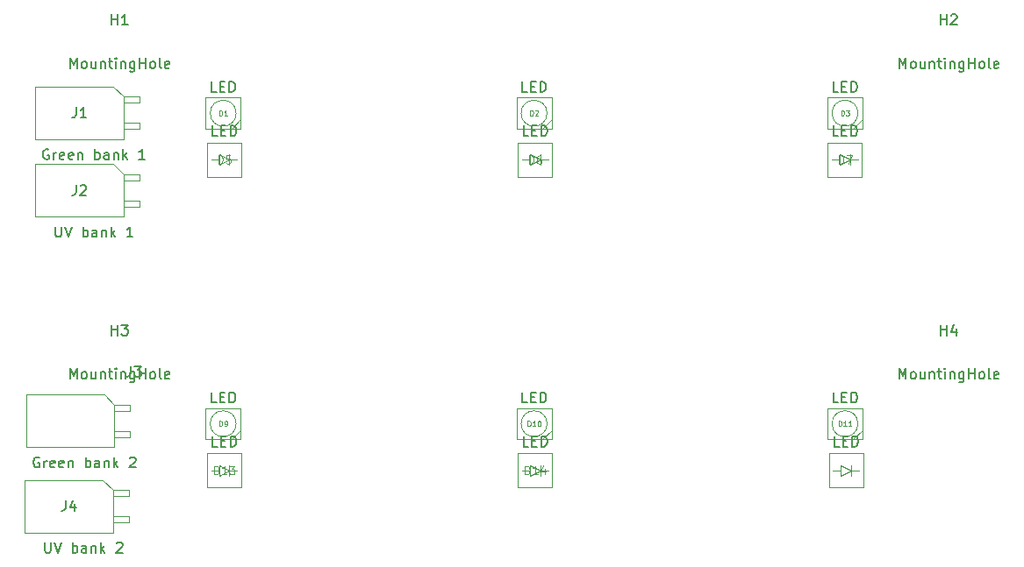
<source format=gbr>
%TF.GenerationSoftware,KiCad,Pcbnew,7.0.9-7.0.9~ubuntu22.04.1*%
%TF.CreationDate,2023-12-20T21:39:59+00:00*%
%TF.ProjectId,green_uv_led_pcb,67726565-6e5f-4757-965f-6c65645f7063,rev?*%
%TF.SameCoordinates,Original*%
%TF.FileFunction,AssemblyDrawing,Top*%
%FSLAX46Y46*%
G04 Gerber Fmt 4.6, Leading zero omitted, Abs format (unit mm)*
G04 Created by KiCad (PCBNEW 7.0.9-7.0.9~ubuntu22.04.1) date 2023-12-20 21:39:59*
%MOMM*%
%LPD*%
G01*
G04 APERTURE LIST*
%ADD10C,0.150000*%
%ADD11C,0.100000*%
%ADD12C,0.080000*%
G04 APERTURE END LIST*
D10*
X139357142Y-104954819D02*
X138880952Y-104954819D01*
X138880952Y-104954819D02*
X138880952Y-103954819D01*
X139690476Y-104431009D02*
X140023809Y-104431009D01*
X140166666Y-104954819D02*
X139690476Y-104954819D01*
X139690476Y-104954819D02*
X139690476Y-103954819D01*
X139690476Y-103954819D02*
X140166666Y-103954819D01*
X140595238Y-104954819D02*
X140595238Y-103954819D01*
X140595238Y-103954819D02*
X140833333Y-103954819D01*
X140833333Y-103954819D02*
X140976190Y-104002438D01*
X140976190Y-104002438D02*
X141071428Y-104097676D01*
X141071428Y-104097676D02*
X141119047Y-104192914D01*
X141119047Y-104192914D02*
X141166666Y-104383390D01*
X141166666Y-104383390D02*
X141166666Y-104526247D01*
X141166666Y-104526247D02*
X141119047Y-104716723D01*
X141119047Y-104716723D02*
X141071428Y-104811961D01*
X141071428Y-104811961D02*
X140976190Y-104907200D01*
X140976190Y-104907200D02*
X140833333Y-104954819D01*
X140833333Y-104954819D02*
X140595238Y-104954819D01*
D11*
X139392857Y-107226109D02*
X139392857Y-106726109D01*
X139392857Y-106726109D02*
X139511905Y-106726109D01*
X139511905Y-106726109D02*
X139583333Y-106749919D01*
X139583333Y-106749919D02*
X139630952Y-106797538D01*
X139630952Y-106797538D02*
X139654762Y-106845157D01*
X139654762Y-106845157D02*
X139678571Y-106940395D01*
X139678571Y-106940395D02*
X139678571Y-107011823D01*
X139678571Y-107011823D02*
X139654762Y-107107061D01*
X139654762Y-107107061D02*
X139630952Y-107154680D01*
X139630952Y-107154680D02*
X139583333Y-107202300D01*
X139583333Y-107202300D02*
X139511905Y-107226109D01*
X139511905Y-107226109D02*
X139392857Y-107226109D01*
X140154762Y-107226109D02*
X139869048Y-107226109D01*
X140011905Y-107226109D02*
X140011905Y-106726109D01*
X140011905Y-106726109D02*
X139964286Y-106797538D01*
X139964286Y-106797538D02*
X139916667Y-106845157D01*
X139916667Y-106845157D02*
X139869048Y-106868966D01*
X140464285Y-106726109D02*
X140511904Y-106726109D01*
X140511904Y-106726109D02*
X140559523Y-106749919D01*
X140559523Y-106749919D02*
X140583333Y-106773728D01*
X140583333Y-106773728D02*
X140607142Y-106821347D01*
X140607142Y-106821347D02*
X140630952Y-106916585D01*
X140630952Y-106916585D02*
X140630952Y-107035633D01*
X140630952Y-107035633D02*
X140607142Y-107130871D01*
X140607142Y-107130871D02*
X140583333Y-107178490D01*
X140583333Y-107178490D02*
X140559523Y-107202300D01*
X140559523Y-107202300D02*
X140511904Y-107226109D01*
X140511904Y-107226109D02*
X140464285Y-107226109D01*
X140464285Y-107226109D02*
X140416666Y-107202300D01*
X140416666Y-107202300D02*
X140392857Y-107178490D01*
X140392857Y-107178490D02*
X140369047Y-107130871D01*
X140369047Y-107130871D02*
X140345238Y-107035633D01*
X140345238Y-107035633D02*
X140345238Y-106916585D01*
X140345238Y-106916585D02*
X140369047Y-106821347D01*
X140369047Y-106821347D02*
X140392857Y-106773728D01*
X140392857Y-106773728D02*
X140416666Y-106749919D01*
X140416666Y-106749919D02*
X140464285Y-106726109D01*
D10*
X92805714Y-118464819D02*
X92805714Y-119274342D01*
X92805714Y-119274342D02*
X92853333Y-119369580D01*
X92853333Y-119369580D02*
X92900952Y-119417200D01*
X92900952Y-119417200D02*
X92996190Y-119464819D01*
X92996190Y-119464819D02*
X93186666Y-119464819D01*
X93186666Y-119464819D02*
X93281904Y-119417200D01*
X93281904Y-119417200D02*
X93329523Y-119369580D01*
X93329523Y-119369580D02*
X93377142Y-119274342D01*
X93377142Y-119274342D02*
X93377142Y-118464819D01*
X93710476Y-118464819D02*
X94043809Y-119464819D01*
X94043809Y-119464819D02*
X94377142Y-118464819D01*
X95472381Y-119464819D02*
X95472381Y-118464819D01*
X95472381Y-118845771D02*
X95567619Y-118798152D01*
X95567619Y-118798152D02*
X95758095Y-118798152D01*
X95758095Y-118798152D02*
X95853333Y-118845771D01*
X95853333Y-118845771D02*
X95900952Y-118893390D01*
X95900952Y-118893390D02*
X95948571Y-118988628D01*
X95948571Y-118988628D02*
X95948571Y-119274342D01*
X95948571Y-119274342D02*
X95900952Y-119369580D01*
X95900952Y-119369580D02*
X95853333Y-119417200D01*
X95853333Y-119417200D02*
X95758095Y-119464819D01*
X95758095Y-119464819D02*
X95567619Y-119464819D01*
X95567619Y-119464819D02*
X95472381Y-119417200D01*
X96805714Y-119464819D02*
X96805714Y-118941009D01*
X96805714Y-118941009D02*
X96758095Y-118845771D01*
X96758095Y-118845771D02*
X96662857Y-118798152D01*
X96662857Y-118798152D02*
X96472381Y-118798152D01*
X96472381Y-118798152D02*
X96377143Y-118845771D01*
X96805714Y-119417200D02*
X96710476Y-119464819D01*
X96710476Y-119464819D02*
X96472381Y-119464819D01*
X96472381Y-119464819D02*
X96377143Y-119417200D01*
X96377143Y-119417200D02*
X96329524Y-119321961D01*
X96329524Y-119321961D02*
X96329524Y-119226723D01*
X96329524Y-119226723D02*
X96377143Y-119131485D01*
X96377143Y-119131485D02*
X96472381Y-119083866D01*
X96472381Y-119083866D02*
X96710476Y-119083866D01*
X96710476Y-119083866D02*
X96805714Y-119036247D01*
X97281905Y-118798152D02*
X97281905Y-119464819D01*
X97281905Y-118893390D02*
X97329524Y-118845771D01*
X97329524Y-118845771D02*
X97424762Y-118798152D01*
X97424762Y-118798152D02*
X97567619Y-118798152D01*
X97567619Y-118798152D02*
X97662857Y-118845771D01*
X97662857Y-118845771D02*
X97710476Y-118941009D01*
X97710476Y-118941009D02*
X97710476Y-119464819D01*
X98186667Y-119464819D02*
X98186667Y-118464819D01*
X98281905Y-119083866D02*
X98567619Y-119464819D01*
X98567619Y-118798152D02*
X98186667Y-119179104D01*
X99710477Y-118560057D02*
X99758096Y-118512438D01*
X99758096Y-118512438D02*
X99853334Y-118464819D01*
X99853334Y-118464819D02*
X100091429Y-118464819D01*
X100091429Y-118464819D02*
X100186667Y-118512438D01*
X100186667Y-118512438D02*
X100234286Y-118560057D01*
X100234286Y-118560057D02*
X100281905Y-118655295D01*
X100281905Y-118655295D02*
X100281905Y-118750533D01*
X100281905Y-118750533D02*
X100234286Y-118893390D01*
X100234286Y-118893390D02*
X99662858Y-119464819D01*
X99662858Y-119464819D02*
X100281905Y-119464819D01*
X94791666Y-114424819D02*
X94791666Y-115139104D01*
X94791666Y-115139104D02*
X94744047Y-115281961D01*
X94744047Y-115281961D02*
X94648809Y-115377200D01*
X94648809Y-115377200D02*
X94505952Y-115424819D01*
X94505952Y-115424819D02*
X94410714Y-115424819D01*
X95696428Y-114758152D02*
X95696428Y-115424819D01*
X95458333Y-114377200D02*
X95220238Y-115091485D01*
X95220238Y-115091485D02*
X95839285Y-115091485D01*
X139457142Y-79204819D02*
X138980952Y-79204819D01*
X138980952Y-79204819D02*
X138980952Y-78204819D01*
X139790476Y-78681009D02*
X140123809Y-78681009D01*
X140266666Y-79204819D02*
X139790476Y-79204819D01*
X139790476Y-79204819D02*
X139790476Y-78204819D01*
X139790476Y-78204819D02*
X140266666Y-78204819D01*
X140695238Y-79204819D02*
X140695238Y-78204819D01*
X140695238Y-78204819D02*
X140933333Y-78204819D01*
X140933333Y-78204819D02*
X141076190Y-78252438D01*
X141076190Y-78252438D02*
X141171428Y-78347676D01*
X141171428Y-78347676D02*
X141219047Y-78442914D01*
X141219047Y-78442914D02*
X141266666Y-78633390D01*
X141266666Y-78633390D02*
X141266666Y-78776247D01*
X141266666Y-78776247D02*
X141219047Y-78966723D01*
X141219047Y-78966723D02*
X141171428Y-79061961D01*
X141171428Y-79061961D02*
X141076190Y-79157200D01*
X141076190Y-79157200D02*
X140933333Y-79204819D01*
X140933333Y-79204819D02*
X140695238Y-79204819D01*
D12*
X139509524Y-81865935D02*
X139509524Y-81065935D01*
X139509524Y-81065935D02*
X139700000Y-81065935D01*
X139700000Y-81065935D02*
X139814286Y-81104030D01*
X139814286Y-81104030D02*
X139890476Y-81180220D01*
X139890476Y-81180220D02*
X139928571Y-81256411D01*
X139928571Y-81256411D02*
X139966667Y-81408792D01*
X139966667Y-81408792D02*
X139966667Y-81523078D01*
X139966667Y-81523078D02*
X139928571Y-81675459D01*
X139928571Y-81675459D02*
X139890476Y-81751649D01*
X139890476Y-81751649D02*
X139814286Y-81827840D01*
X139814286Y-81827840D02*
X139700000Y-81865935D01*
X139700000Y-81865935D02*
X139509524Y-81865935D01*
X140652381Y-81065935D02*
X140500000Y-81065935D01*
X140500000Y-81065935D02*
X140423809Y-81104030D01*
X140423809Y-81104030D02*
X140385714Y-81142125D01*
X140385714Y-81142125D02*
X140309524Y-81256411D01*
X140309524Y-81256411D02*
X140271428Y-81408792D01*
X140271428Y-81408792D02*
X140271428Y-81713554D01*
X140271428Y-81713554D02*
X140309524Y-81789744D01*
X140309524Y-81789744D02*
X140347619Y-81827840D01*
X140347619Y-81827840D02*
X140423809Y-81865935D01*
X140423809Y-81865935D02*
X140576190Y-81865935D01*
X140576190Y-81865935D02*
X140652381Y-81827840D01*
X140652381Y-81827840D02*
X140690476Y-81789744D01*
X140690476Y-81789744D02*
X140728571Y-81713554D01*
X140728571Y-81713554D02*
X140728571Y-81523078D01*
X140728571Y-81523078D02*
X140690476Y-81446887D01*
X140690476Y-81446887D02*
X140652381Y-81408792D01*
X140652381Y-81408792D02*
X140576190Y-81370697D01*
X140576190Y-81370697D02*
X140423809Y-81370697D01*
X140423809Y-81370697D02*
X140347619Y-81408792D01*
X140347619Y-81408792D02*
X140309524Y-81446887D01*
X140309524Y-81446887D02*
X140271428Y-81523078D01*
D10*
X93805714Y-87964819D02*
X93805714Y-88774342D01*
X93805714Y-88774342D02*
X93853333Y-88869580D01*
X93853333Y-88869580D02*
X93900952Y-88917200D01*
X93900952Y-88917200D02*
X93996190Y-88964819D01*
X93996190Y-88964819D02*
X94186666Y-88964819D01*
X94186666Y-88964819D02*
X94281904Y-88917200D01*
X94281904Y-88917200D02*
X94329523Y-88869580D01*
X94329523Y-88869580D02*
X94377142Y-88774342D01*
X94377142Y-88774342D02*
X94377142Y-87964819D01*
X94710476Y-87964819D02*
X95043809Y-88964819D01*
X95043809Y-88964819D02*
X95377142Y-87964819D01*
X96472381Y-88964819D02*
X96472381Y-87964819D01*
X96472381Y-88345771D02*
X96567619Y-88298152D01*
X96567619Y-88298152D02*
X96758095Y-88298152D01*
X96758095Y-88298152D02*
X96853333Y-88345771D01*
X96853333Y-88345771D02*
X96900952Y-88393390D01*
X96900952Y-88393390D02*
X96948571Y-88488628D01*
X96948571Y-88488628D02*
X96948571Y-88774342D01*
X96948571Y-88774342D02*
X96900952Y-88869580D01*
X96900952Y-88869580D02*
X96853333Y-88917200D01*
X96853333Y-88917200D02*
X96758095Y-88964819D01*
X96758095Y-88964819D02*
X96567619Y-88964819D01*
X96567619Y-88964819D02*
X96472381Y-88917200D01*
X97805714Y-88964819D02*
X97805714Y-88441009D01*
X97805714Y-88441009D02*
X97758095Y-88345771D01*
X97758095Y-88345771D02*
X97662857Y-88298152D01*
X97662857Y-88298152D02*
X97472381Y-88298152D01*
X97472381Y-88298152D02*
X97377143Y-88345771D01*
X97805714Y-88917200D02*
X97710476Y-88964819D01*
X97710476Y-88964819D02*
X97472381Y-88964819D01*
X97472381Y-88964819D02*
X97377143Y-88917200D01*
X97377143Y-88917200D02*
X97329524Y-88821961D01*
X97329524Y-88821961D02*
X97329524Y-88726723D01*
X97329524Y-88726723D02*
X97377143Y-88631485D01*
X97377143Y-88631485D02*
X97472381Y-88583866D01*
X97472381Y-88583866D02*
X97710476Y-88583866D01*
X97710476Y-88583866D02*
X97805714Y-88536247D01*
X98281905Y-88298152D02*
X98281905Y-88964819D01*
X98281905Y-88393390D02*
X98329524Y-88345771D01*
X98329524Y-88345771D02*
X98424762Y-88298152D01*
X98424762Y-88298152D02*
X98567619Y-88298152D01*
X98567619Y-88298152D02*
X98662857Y-88345771D01*
X98662857Y-88345771D02*
X98710476Y-88441009D01*
X98710476Y-88441009D02*
X98710476Y-88964819D01*
X99186667Y-88964819D02*
X99186667Y-87964819D01*
X99281905Y-88583866D02*
X99567619Y-88964819D01*
X99567619Y-88298152D02*
X99186667Y-88679104D01*
X101281905Y-88964819D02*
X100710477Y-88964819D01*
X100996191Y-88964819D02*
X100996191Y-87964819D01*
X100996191Y-87964819D02*
X100900953Y-88107676D01*
X100900953Y-88107676D02*
X100805715Y-88202914D01*
X100805715Y-88202914D02*
X100710477Y-88250533D01*
X95791666Y-83924819D02*
X95791666Y-84639104D01*
X95791666Y-84639104D02*
X95744047Y-84781961D01*
X95744047Y-84781961D02*
X95648809Y-84877200D01*
X95648809Y-84877200D02*
X95505952Y-84924819D01*
X95505952Y-84924819D02*
X95410714Y-84924819D01*
X96220238Y-84020057D02*
X96267857Y-83972438D01*
X96267857Y-83972438D02*
X96363095Y-83924819D01*
X96363095Y-83924819D02*
X96601190Y-83924819D01*
X96601190Y-83924819D02*
X96696428Y-83972438D01*
X96696428Y-83972438D02*
X96744047Y-84020057D01*
X96744047Y-84020057D02*
X96791666Y-84115295D01*
X96791666Y-84115295D02*
X96791666Y-84210533D01*
X96791666Y-84210533D02*
X96744047Y-84353390D01*
X96744047Y-84353390D02*
X96172619Y-84924819D01*
X96172619Y-84924819D02*
X96791666Y-84924819D01*
X92262856Y-110272438D02*
X92167618Y-110224819D01*
X92167618Y-110224819D02*
X92024761Y-110224819D01*
X92024761Y-110224819D02*
X91881904Y-110272438D01*
X91881904Y-110272438D02*
X91786666Y-110367676D01*
X91786666Y-110367676D02*
X91739047Y-110462914D01*
X91739047Y-110462914D02*
X91691428Y-110653390D01*
X91691428Y-110653390D02*
X91691428Y-110796247D01*
X91691428Y-110796247D02*
X91739047Y-110986723D01*
X91739047Y-110986723D02*
X91786666Y-111081961D01*
X91786666Y-111081961D02*
X91881904Y-111177200D01*
X91881904Y-111177200D02*
X92024761Y-111224819D01*
X92024761Y-111224819D02*
X92119999Y-111224819D01*
X92119999Y-111224819D02*
X92262856Y-111177200D01*
X92262856Y-111177200D02*
X92310475Y-111129580D01*
X92310475Y-111129580D02*
X92310475Y-110796247D01*
X92310475Y-110796247D02*
X92119999Y-110796247D01*
X92739047Y-111224819D02*
X92739047Y-110558152D01*
X92739047Y-110748628D02*
X92786666Y-110653390D01*
X92786666Y-110653390D02*
X92834285Y-110605771D01*
X92834285Y-110605771D02*
X92929523Y-110558152D01*
X92929523Y-110558152D02*
X93024761Y-110558152D01*
X93739047Y-111177200D02*
X93643809Y-111224819D01*
X93643809Y-111224819D02*
X93453333Y-111224819D01*
X93453333Y-111224819D02*
X93358095Y-111177200D01*
X93358095Y-111177200D02*
X93310476Y-111081961D01*
X93310476Y-111081961D02*
X93310476Y-110701009D01*
X93310476Y-110701009D02*
X93358095Y-110605771D01*
X93358095Y-110605771D02*
X93453333Y-110558152D01*
X93453333Y-110558152D02*
X93643809Y-110558152D01*
X93643809Y-110558152D02*
X93739047Y-110605771D01*
X93739047Y-110605771D02*
X93786666Y-110701009D01*
X93786666Y-110701009D02*
X93786666Y-110796247D01*
X93786666Y-110796247D02*
X93310476Y-110891485D01*
X94596190Y-111177200D02*
X94500952Y-111224819D01*
X94500952Y-111224819D02*
X94310476Y-111224819D01*
X94310476Y-111224819D02*
X94215238Y-111177200D01*
X94215238Y-111177200D02*
X94167619Y-111081961D01*
X94167619Y-111081961D02*
X94167619Y-110701009D01*
X94167619Y-110701009D02*
X94215238Y-110605771D01*
X94215238Y-110605771D02*
X94310476Y-110558152D01*
X94310476Y-110558152D02*
X94500952Y-110558152D01*
X94500952Y-110558152D02*
X94596190Y-110605771D01*
X94596190Y-110605771D02*
X94643809Y-110701009D01*
X94643809Y-110701009D02*
X94643809Y-110796247D01*
X94643809Y-110796247D02*
X94167619Y-110891485D01*
X95072381Y-110558152D02*
X95072381Y-111224819D01*
X95072381Y-110653390D02*
X95120000Y-110605771D01*
X95120000Y-110605771D02*
X95215238Y-110558152D01*
X95215238Y-110558152D02*
X95358095Y-110558152D01*
X95358095Y-110558152D02*
X95453333Y-110605771D01*
X95453333Y-110605771D02*
X95500952Y-110701009D01*
X95500952Y-110701009D02*
X95500952Y-111224819D01*
X96739048Y-111224819D02*
X96739048Y-110224819D01*
X96739048Y-110605771D02*
X96834286Y-110558152D01*
X96834286Y-110558152D02*
X97024762Y-110558152D01*
X97024762Y-110558152D02*
X97120000Y-110605771D01*
X97120000Y-110605771D02*
X97167619Y-110653390D01*
X97167619Y-110653390D02*
X97215238Y-110748628D01*
X97215238Y-110748628D02*
X97215238Y-111034342D01*
X97215238Y-111034342D02*
X97167619Y-111129580D01*
X97167619Y-111129580D02*
X97120000Y-111177200D01*
X97120000Y-111177200D02*
X97024762Y-111224819D01*
X97024762Y-111224819D02*
X96834286Y-111224819D01*
X96834286Y-111224819D02*
X96739048Y-111177200D01*
X98072381Y-111224819D02*
X98072381Y-110701009D01*
X98072381Y-110701009D02*
X98024762Y-110605771D01*
X98024762Y-110605771D02*
X97929524Y-110558152D01*
X97929524Y-110558152D02*
X97739048Y-110558152D01*
X97739048Y-110558152D02*
X97643810Y-110605771D01*
X98072381Y-111177200D02*
X97977143Y-111224819D01*
X97977143Y-111224819D02*
X97739048Y-111224819D01*
X97739048Y-111224819D02*
X97643810Y-111177200D01*
X97643810Y-111177200D02*
X97596191Y-111081961D01*
X97596191Y-111081961D02*
X97596191Y-110986723D01*
X97596191Y-110986723D02*
X97643810Y-110891485D01*
X97643810Y-110891485D02*
X97739048Y-110843866D01*
X97739048Y-110843866D02*
X97977143Y-110843866D01*
X97977143Y-110843866D02*
X98072381Y-110796247D01*
X98548572Y-110558152D02*
X98548572Y-111224819D01*
X98548572Y-110653390D02*
X98596191Y-110605771D01*
X98596191Y-110605771D02*
X98691429Y-110558152D01*
X98691429Y-110558152D02*
X98834286Y-110558152D01*
X98834286Y-110558152D02*
X98929524Y-110605771D01*
X98929524Y-110605771D02*
X98977143Y-110701009D01*
X98977143Y-110701009D02*
X98977143Y-111224819D01*
X99453334Y-111224819D02*
X99453334Y-110224819D01*
X99548572Y-110843866D02*
X99834286Y-111224819D01*
X99834286Y-110558152D02*
X99453334Y-110939104D01*
X100977144Y-110320057D02*
X101024763Y-110272438D01*
X101024763Y-110272438D02*
X101120001Y-110224819D01*
X101120001Y-110224819D02*
X101358096Y-110224819D01*
X101358096Y-110224819D02*
X101453334Y-110272438D01*
X101453334Y-110272438D02*
X101500953Y-110320057D01*
X101500953Y-110320057D02*
X101548572Y-110415295D01*
X101548572Y-110415295D02*
X101548572Y-110510533D01*
X101548572Y-110510533D02*
X101500953Y-110653390D01*
X101500953Y-110653390D02*
X100929525Y-111224819D01*
X100929525Y-111224819D02*
X101548572Y-111224819D01*
X101066666Y-101454819D02*
X101066666Y-102169104D01*
X101066666Y-102169104D02*
X101019047Y-102311961D01*
X101019047Y-102311961D02*
X100923809Y-102407200D01*
X100923809Y-102407200D02*
X100780952Y-102454819D01*
X100780952Y-102454819D02*
X100685714Y-102454819D01*
X101447619Y-101454819D02*
X102066666Y-101454819D01*
X102066666Y-101454819D02*
X101733333Y-101835771D01*
X101733333Y-101835771D02*
X101876190Y-101835771D01*
X101876190Y-101835771D02*
X101971428Y-101883390D01*
X101971428Y-101883390D02*
X102019047Y-101931009D01*
X102019047Y-101931009D02*
X102066666Y-102026247D01*
X102066666Y-102026247D02*
X102066666Y-102264342D01*
X102066666Y-102264342D02*
X102019047Y-102359580D01*
X102019047Y-102359580D02*
X101971428Y-102407200D01*
X101971428Y-102407200D02*
X101876190Y-102454819D01*
X101876190Y-102454819D02*
X101590476Y-102454819D01*
X101590476Y-102454819D02*
X101495238Y-102407200D01*
X101495238Y-102407200D02*
X101447619Y-102359580D01*
X169357142Y-79204819D02*
X168880952Y-79204819D01*
X168880952Y-79204819D02*
X168880952Y-78204819D01*
X169690476Y-78681009D02*
X170023809Y-78681009D01*
X170166666Y-79204819D02*
X169690476Y-79204819D01*
X169690476Y-79204819D02*
X169690476Y-78204819D01*
X169690476Y-78204819D02*
X170166666Y-78204819D01*
X170595238Y-79204819D02*
X170595238Y-78204819D01*
X170595238Y-78204819D02*
X170833333Y-78204819D01*
X170833333Y-78204819D02*
X170976190Y-78252438D01*
X170976190Y-78252438D02*
X171071428Y-78347676D01*
X171071428Y-78347676D02*
X171119047Y-78442914D01*
X171119047Y-78442914D02*
X171166666Y-78633390D01*
X171166666Y-78633390D02*
X171166666Y-78776247D01*
X171166666Y-78776247D02*
X171119047Y-78966723D01*
X171119047Y-78966723D02*
X171071428Y-79061961D01*
X171071428Y-79061961D02*
X170976190Y-79157200D01*
X170976190Y-79157200D02*
X170833333Y-79204819D01*
X170833333Y-79204819D02*
X170595238Y-79204819D01*
D12*
X169409524Y-81865935D02*
X169409524Y-81065935D01*
X169409524Y-81065935D02*
X169600000Y-81065935D01*
X169600000Y-81065935D02*
X169714286Y-81104030D01*
X169714286Y-81104030D02*
X169790476Y-81180220D01*
X169790476Y-81180220D02*
X169828571Y-81256411D01*
X169828571Y-81256411D02*
X169866667Y-81408792D01*
X169866667Y-81408792D02*
X169866667Y-81523078D01*
X169866667Y-81523078D02*
X169828571Y-81675459D01*
X169828571Y-81675459D02*
X169790476Y-81751649D01*
X169790476Y-81751649D02*
X169714286Y-81827840D01*
X169714286Y-81827840D02*
X169600000Y-81865935D01*
X169600000Y-81865935D02*
X169409524Y-81865935D01*
X170133333Y-81065935D02*
X170666667Y-81065935D01*
X170666667Y-81065935D02*
X170323809Y-81865935D01*
D10*
X169357142Y-74954819D02*
X168880952Y-74954819D01*
X168880952Y-74954819D02*
X168880952Y-73954819D01*
X169690476Y-74431009D02*
X170023809Y-74431009D01*
X170166666Y-74954819D02*
X169690476Y-74954819D01*
X169690476Y-74954819D02*
X169690476Y-73954819D01*
X169690476Y-73954819D02*
X170166666Y-73954819D01*
X170595238Y-74954819D02*
X170595238Y-73954819D01*
X170595238Y-73954819D02*
X170833333Y-73954819D01*
X170833333Y-73954819D02*
X170976190Y-74002438D01*
X170976190Y-74002438D02*
X171071428Y-74097676D01*
X171071428Y-74097676D02*
X171119047Y-74192914D01*
X171119047Y-74192914D02*
X171166666Y-74383390D01*
X171166666Y-74383390D02*
X171166666Y-74526247D01*
X171166666Y-74526247D02*
X171119047Y-74716723D01*
X171119047Y-74716723D02*
X171071428Y-74811961D01*
X171071428Y-74811961D02*
X170976190Y-74907200D01*
X170976190Y-74907200D02*
X170833333Y-74954819D01*
X170833333Y-74954819D02*
X170595238Y-74954819D01*
D11*
X169630952Y-77226109D02*
X169630952Y-76726109D01*
X169630952Y-76726109D02*
X169750000Y-76726109D01*
X169750000Y-76726109D02*
X169821428Y-76749919D01*
X169821428Y-76749919D02*
X169869047Y-76797538D01*
X169869047Y-76797538D02*
X169892857Y-76845157D01*
X169892857Y-76845157D02*
X169916666Y-76940395D01*
X169916666Y-76940395D02*
X169916666Y-77011823D01*
X169916666Y-77011823D02*
X169892857Y-77107061D01*
X169892857Y-77107061D02*
X169869047Y-77154680D01*
X169869047Y-77154680D02*
X169821428Y-77202300D01*
X169821428Y-77202300D02*
X169750000Y-77226109D01*
X169750000Y-77226109D02*
X169630952Y-77226109D01*
X170083333Y-76726109D02*
X170392857Y-76726109D01*
X170392857Y-76726109D02*
X170226190Y-76916585D01*
X170226190Y-76916585D02*
X170297619Y-76916585D01*
X170297619Y-76916585D02*
X170345238Y-76940395D01*
X170345238Y-76940395D02*
X170369047Y-76964204D01*
X170369047Y-76964204D02*
X170392857Y-77011823D01*
X170392857Y-77011823D02*
X170392857Y-77130871D01*
X170392857Y-77130871D02*
X170369047Y-77178490D01*
X170369047Y-77178490D02*
X170345238Y-77202300D01*
X170345238Y-77202300D02*
X170297619Y-77226109D01*
X170297619Y-77226109D02*
X170154762Y-77226109D01*
X170154762Y-77226109D02*
X170107143Y-77202300D01*
X170107143Y-77202300D02*
X170083333Y-77178490D01*
D10*
X139457142Y-109204819D02*
X138980952Y-109204819D01*
X138980952Y-109204819D02*
X138980952Y-108204819D01*
X139790476Y-108681009D02*
X140123809Y-108681009D01*
X140266666Y-109204819D02*
X139790476Y-109204819D01*
X139790476Y-109204819D02*
X139790476Y-108204819D01*
X139790476Y-108204819D02*
X140266666Y-108204819D01*
X140695238Y-109204819D02*
X140695238Y-108204819D01*
X140695238Y-108204819D02*
X140933333Y-108204819D01*
X140933333Y-108204819D02*
X141076190Y-108252438D01*
X141076190Y-108252438D02*
X141171428Y-108347676D01*
X141171428Y-108347676D02*
X141219047Y-108442914D01*
X141219047Y-108442914D02*
X141266666Y-108633390D01*
X141266666Y-108633390D02*
X141266666Y-108776247D01*
X141266666Y-108776247D02*
X141219047Y-108966723D01*
X141219047Y-108966723D02*
X141171428Y-109061961D01*
X141171428Y-109061961D02*
X141076190Y-109157200D01*
X141076190Y-109157200D02*
X140933333Y-109204819D01*
X140933333Y-109204819D02*
X140695238Y-109204819D01*
D12*
X139128571Y-111865935D02*
X139128571Y-111065935D01*
X139128571Y-111065935D02*
X139319047Y-111065935D01*
X139319047Y-111065935D02*
X139433333Y-111104030D01*
X139433333Y-111104030D02*
X139509523Y-111180220D01*
X139509523Y-111180220D02*
X139547618Y-111256411D01*
X139547618Y-111256411D02*
X139585714Y-111408792D01*
X139585714Y-111408792D02*
X139585714Y-111523078D01*
X139585714Y-111523078D02*
X139547618Y-111675459D01*
X139547618Y-111675459D02*
X139509523Y-111751649D01*
X139509523Y-111751649D02*
X139433333Y-111827840D01*
X139433333Y-111827840D02*
X139319047Y-111865935D01*
X139319047Y-111865935D02*
X139128571Y-111865935D01*
X140347618Y-111865935D02*
X139890475Y-111865935D01*
X140119047Y-111865935D02*
X140119047Y-111065935D01*
X140119047Y-111065935D02*
X140042856Y-111180220D01*
X140042856Y-111180220D02*
X139966666Y-111256411D01*
X139966666Y-111256411D02*
X139890475Y-111294506D01*
X141033333Y-111332601D02*
X141033333Y-111865935D01*
X140842857Y-111027840D02*
X140652380Y-111599268D01*
X140652380Y-111599268D02*
X141147619Y-111599268D01*
D10*
X175214285Y-72654819D02*
X175214285Y-71654819D01*
X175214285Y-71654819D02*
X175547618Y-72369104D01*
X175547618Y-72369104D02*
X175880951Y-71654819D01*
X175880951Y-71654819D02*
X175880951Y-72654819D01*
X176499999Y-72654819D02*
X176404761Y-72607200D01*
X176404761Y-72607200D02*
X176357142Y-72559580D01*
X176357142Y-72559580D02*
X176309523Y-72464342D01*
X176309523Y-72464342D02*
X176309523Y-72178628D01*
X176309523Y-72178628D02*
X176357142Y-72083390D01*
X176357142Y-72083390D02*
X176404761Y-72035771D01*
X176404761Y-72035771D02*
X176499999Y-71988152D01*
X176499999Y-71988152D02*
X176642856Y-71988152D01*
X176642856Y-71988152D02*
X176738094Y-72035771D01*
X176738094Y-72035771D02*
X176785713Y-72083390D01*
X176785713Y-72083390D02*
X176833332Y-72178628D01*
X176833332Y-72178628D02*
X176833332Y-72464342D01*
X176833332Y-72464342D02*
X176785713Y-72559580D01*
X176785713Y-72559580D02*
X176738094Y-72607200D01*
X176738094Y-72607200D02*
X176642856Y-72654819D01*
X176642856Y-72654819D02*
X176499999Y-72654819D01*
X177690475Y-71988152D02*
X177690475Y-72654819D01*
X177261904Y-71988152D02*
X177261904Y-72511961D01*
X177261904Y-72511961D02*
X177309523Y-72607200D01*
X177309523Y-72607200D02*
X177404761Y-72654819D01*
X177404761Y-72654819D02*
X177547618Y-72654819D01*
X177547618Y-72654819D02*
X177642856Y-72607200D01*
X177642856Y-72607200D02*
X177690475Y-72559580D01*
X178166666Y-71988152D02*
X178166666Y-72654819D01*
X178166666Y-72083390D02*
X178214285Y-72035771D01*
X178214285Y-72035771D02*
X178309523Y-71988152D01*
X178309523Y-71988152D02*
X178452380Y-71988152D01*
X178452380Y-71988152D02*
X178547618Y-72035771D01*
X178547618Y-72035771D02*
X178595237Y-72131009D01*
X178595237Y-72131009D02*
X178595237Y-72654819D01*
X178928571Y-71988152D02*
X179309523Y-71988152D01*
X179071428Y-71654819D02*
X179071428Y-72511961D01*
X179071428Y-72511961D02*
X179119047Y-72607200D01*
X179119047Y-72607200D02*
X179214285Y-72654819D01*
X179214285Y-72654819D02*
X179309523Y-72654819D01*
X179642857Y-72654819D02*
X179642857Y-71988152D01*
X179642857Y-71654819D02*
X179595238Y-71702438D01*
X179595238Y-71702438D02*
X179642857Y-71750057D01*
X179642857Y-71750057D02*
X179690476Y-71702438D01*
X179690476Y-71702438D02*
X179642857Y-71654819D01*
X179642857Y-71654819D02*
X179642857Y-71750057D01*
X180119047Y-71988152D02*
X180119047Y-72654819D01*
X180119047Y-72083390D02*
X180166666Y-72035771D01*
X180166666Y-72035771D02*
X180261904Y-71988152D01*
X180261904Y-71988152D02*
X180404761Y-71988152D01*
X180404761Y-71988152D02*
X180499999Y-72035771D01*
X180499999Y-72035771D02*
X180547618Y-72131009D01*
X180547618Y-72131009D02*
X180547618Y-72654819D01*
X181452380Y-71988152D02*
X181452380Y-72797676D01*
X181452380Y-72797676D02*
X181404761Y-72892914D01*
X181404761Y-72892914D02*
X181357142Y-72940533D01*
X181357142Y-72940533D02*
X181261904Y-72988152D01*
X181261904Y-72988152D02*
X181119047Y-72988152D01*
X181119047Y-72988152D02*
X181023809Y-72940533D01*
X181452380Y-72607200D02*
X181357142Y-72654819D01*
X181357142Y-72654819D02*
X181166666Y-72654819D01*
X181166666Y-72654819D02*
X181071428Y-72607200D01*
X181071428Y-72607200D02*
X181023809Y-72559580D01*
X181023809Y-72559580D02*
X180976190Y-72464342D01*
X180976190Y-72464342D02*
X180976190Y-72178628D01*
X180976190Y-72178628D02*
X181023809Y-72083390D01*
X181023809Y-72083390D02*
X181071428Y-72035771D01*
X181071428Y-72035771D02*
X181166666Y-71988152D01*
X181166666Y-71988152D02*
X181357142Y-71988152D01*
X181357142Y-71988152D02*
X181452380Y-72035771D01*
X181928571Y-72654819D02*
X181928571Y-71654819D01*
X181928571Y-72131009D02*
X182499999Y-72131009D01*
X182499999Y-72654819D02*
X182499999Y-71654819D01*
X183119047Y-72654819D02*
X183023809Y-72607200D01*
X183023809Y-72607200D02*
X182976190Y-72559580D01*
X182976190Y-72559580D02*
X182928571Y-72464342D01*
X182928571Y-72464342D02*
X182928571Y-72178628D01*
X182928571Y-72178628D02*
X182976190Y-72083390D01*
X182976190Y-72083390D02*
X183023809Y-72035771D01*
X183023809Y-72035771D02*
X183119047Y-71988152D01*
X183119047Y-71988152D02*
X183261904Y-71988152D01*
X183261904Y-71988152D02*
X183357142Y-72035771D01*
X183357142Y-72035771D02*
X183404761Y-72083390D01*
X183404761Y-72083390D02*
X183452380Y-72178628D01*
X183452380Y-72178628D02*
X183452380Y-72464342D01*
X183452380Y-72464342D02*
X183404761Y-72559580D01*
X183404761Y-72559580D02*
X183357142Y-72607200D01*
X183357142Y-72607200D02*
X183261904Y-72654819D01*
X183261904Y-72654819D02*
X183119047Y-72654819D01*
X184023809Y-72654819D02*
X183928571Y-72607200D01*
X183928571Y-72607200D02*
X183880952Y-72511961D01*
X183880952Y-72511961D02*
X183880952Y-71654819D01*
X184785714Y-72607200D02*
X184690476Y-72654819D01*
X184690476Y-72654819D02*
X184500000Y-72654819D01*
X184500000Y-72654819D02*
X184404762Y-72607200D01*
X184404762Y-72607200D02*
X184357143Y-72511961D01*
X184357143Y-72511961D02*
X184357143Y-72131009D01*
X184357143Y-72131009D02*
X184404762Y-72035771D01*
X184404762Y-72035771D02*
X184500000Y-71988152D01*
X184500000Y-71988152D02*
X184690476Y-71988152D01*
X184690476Y-71988152D02*
X184785714Y-72035771D01*
X184785714Y-72035771D02*
X184833333Y-72131009D01*
X184833333Y-72131009D02*
X184833333Y-72226247D01*
X184833333Y-72226247D02*
X184357143Y-72321485D01*
X179238095Y-68454819D02*
X179238095Y-67454819D01*
X179238095Y-67931009D02*
X179809523Y-67931009D01*
X179809523Y-68454819D02*
X179809523Y-67454819D01*
X180238095Y-67550057D02*
X180285714Y-67502438D01*
X180285714Y-67502438D02*
X180380952Y-67454819D01*
X180380952Y-67454819D02*
X180619047Y-67454819D01*
X180619047Y-67454819D02*
X180714285Y-67502438D01*
X180714285Y-67502438D02*
X180761904Y-67550057D01*
X180761904Y-67550057D02*
X180809523Y-67645295D01*
X180809523Y-67645295D02*
X180809523Y-67740533D01*
X180809523Y-67740533D02*
X180761904Y-67883390D01*
X180761904Y-67883390D02*
X180190476Y-68454819D01*
X180190476Y-68454819D02*
X180809523Y-68454819D01*
X169357142Y-104954819D02*
X168880952Y-104954819D01*
X168880952Y-104954819D02*
X168880952Y-103954819D01*
X169690476Y-104431009D02*
X170023809Y-104431009D01*
X170166666Y-104954819D02*
X169690476Y-104954819D01*
X169690476Y-104954819D02*
X169690476Y-103954819D01*
X169690476Y-103954819D02*
X170166666Y-103954819D01*
X170595238Y-104954819D02*
X170595238Y-103954819D01*
X170595238Y-103954819D02*
X170833333Y-103954819D01*
X170833333Y-103954819D02*
X170976190Y-104002438D01*
X170976190Y-104002438D02*
X171071428Y-104097676D01*
X171071428Y-104097676D02*
X171119047Y-104192914D01*
X171119047Y-104192914D02*
X171166666Y-104383390D01*
X171166666Y-104383390D02*
X171166666Y-104526247D01*
X171166666Y-104526247D02*
X171119047Y-104716723D01*
X171119047Y-104716723D02*
X171071428Y-104811961D01*
X171071428Y-104811961D02*
X170976190Y-104907200D01*
X170976190Y-104907200D02*
X170833333Y-104954819D01*
X170833333Y-104954819D02*
X170595238Y-104954819D01*
D11*
X169392857Y-107226109D02*
X169392857Y-106726109D01*
X169392857Y-106726109D02*
X169511905Y-106726109D01*
X169511905Y-106726109D02*
X169583333Y-106749919D01*
X169583333Y-106749919D02*
X169630952Y-106797538D01*
X169630952Y-106797538D02*
X169654762Y-106845157D01*
X169654762Y-106845157D02*
X169678571Y-106940395D01*
X169678571Y-106940395D02*
X169678571Y-107011823D01*
X169678571Y-107011823D02*
X169654762Y-107107061D01*
X169654762Y-107107061D02*
X169630952Y-107154680D01*
X169630952Y-107154680D02*
X169583333Y-107202300D01*
X169583333Y-107202300D02*
X169511905Y-107226109D01*
X169511905Y-107226109D02*
X169392857Y-107226109D01*
X170154762Y-107226109D02*
X169869048Y-107226109D01*
X170011905Y-107226109D02*
X170011905Y-106726109D01*
X170011905Y-106726109D02*
X169964286Y-106797538D01*
X169964286Y-106797538D02*
X169916667Y-106845157D01*
X169916667Y-106845157D02*
X169869048Y-106868966D01*
X170630952Y-107226109D02*
X170345238Y-107226109D01*
X170488095Y-107226109D02*
X170488095Y-106726109D01*
X170488095Y-106726109D02*
X170440476Y-106797538D01*
X170440476Y-106797538D02*
X170392857Y-106845157D01*
X170392857Y-106845157D02*
X170345238Y-106868966D01*
D10*
X139357142Y-74954819D02*
X138880952Y-74954819D01*
X138880952Y-74954819D02*
X138880952Y-73954819D01*
X139690476Y-74431009D02*
X140023809Y-74431009D01*
X140166666Y-74954819D02*
X139690476Y-74954819D01*
X139690476Y-74954819D02*
X139690476Y-73954819D01*
X139690476Y-73954819D02*
X140166666Y-73954819D01*
X140595238Y-74954819D02*
X140595238Y-73954819D01*
X140595238Y-73954819D02*
X140833333Y-73954819D01*
X140833333Y-73954819D02*
X140976190Y-74002438D01*
X140976190Y-74002438D02*
X141071428Y-74097676D01*
X141071428Y-74097676D02*
X141119047Y-74192914D01*
X141119047Y-74192914D02*
X141166666Y-74383390D01*
X141166666Y-74383390D02*
X141166666Y-74526247D01*
X141166666Y-74526247D02*
X141119047Y-74716723D01*
X141119047Y-74716723D02*
X141071428Y-74811961D01*
X141071428Y-74811961D02*
X140976190Y-74907200D01*
X140976190Y-74907200D02*
X140833333Y-74954819D01*
X140833333Y-74954819D02*
X140595238Y-74954819D01*
D11*
X139630952Y-77226109D02*
X139630952Y-76726109D01*
X139630952Y-76726109D02*
X139750000Y-76726109D01*
X139750000Y-76726109D02*
X139821428Y-76749919D01*
X139821428Y-76749919D02*
X139869047Y-76797538D01*
X139869047Y-76797538D02*
X139892857Y-76845157D01*
X139892857Y-76845157D02*
X139916666Y-76940395D01*
X139916666Y-76940395D02*
X139916666Y-77011823D01*
X139916666Y-77011823D02*
X139892857Y-77107061D01*
X139892857Y-77107061D02*
X139869047Y-77154680D01*
X139869047Y-77154680D02*
X139821428Y-77202300D01*
X139821428Y-77202300D02*
X139750000Y-77226109D01*
X139750000Y-77226109D02*
X139630952Y-77226109D01*
X140107143Y-76773728D02*
X140130952Y-76749919D01*
X140130952Y-76749919D02*
X140178571Y-76726109D01*
X140178571Y-76726109D02*
X140297619Y-76726109D01*
X140297619Y-76726109D02*
X140345238Y-76749919D01*
X140345238Y-76749919D02*
X140369047Y-76773728D01*
X140369047Y-76773728D02*
X140392857Y-76821347D01*
X140392857Y-76821347D02*
X140392857Y-76868966D01*
X140392857Y-76868966D02*
X140369047Y-76940395D01*
X140369047Y-76940395D02*
X140083333Y-77226109D01*
X140083333Y-77226109D02*
X140392857Y-77226109D01*
D10*
X95214285Y-102654819D02*
X95214285Y-101654819D01*
X95214285Y-101654819D02*
X95547618Y-102369104D01*
X95547618Y-102369104D02*
X95880951Y-101654819D01*
X95880951Y-101654819D02*
X95880951Y-102654819D01*
X96499999Y-102654819D02*
X96404761Y-102607200D01*
X96404761Y-102607200D02*
X96357142Y-102559580D01*
X96357142Y-102559580D02*
X96309523Y-102464342D01*
X96309523Y-102464342D02*
X96309523Y-102178628D01*
X96309523Y-102178628D02*
X96357142Y-102083390D01*
X96357142Y-102083390D02*
X96404761Y-102035771D01*
X96404761Y-102035771D02*
X96499999Y-101988152D01*
X96499999Y-101988152D02*
X96642856Y-101988152D01*
X96642856Y-101988152D02*
X96738094Y-102035771D01*
X96738094Y-102035771D02*
X96785713Y-102083390D01*
X96785713Y-102083390D02*
X96833332Y-102178628D01*
X96833332Y-102178628D02*
X96833332Y-102464342D01*
X96833332Y-102464342D02*
X96785713Y-102559580D01*
X96785713Y-102559580D02*
X96738094Y-102607200D01*
X96738094Y-102607200D02*
X96642856Y-102654819D01*
X96642856Y-102654819D02*
X96499999Y-102654819D01*
X97690475Y-101988152D02*
X97690475Y-102654819D01*
X97261904Y-101988152D02*
X97261904Y-102511961D01*
X97261904Y-102511961D02*
X97309523Y-102607200D01*
X97309523Y-102607200D02*
X97404761Y-102654819D01*
X97404761Y-102654819D02*
X97547618Y-102654819D01*
X97547618Y-102654819D02*
X97642856Y-102607200D01*
X97642856Y-102607200D02*
X97690475Y-102559580D01*
X98166666Y-101988152D02*
X98166666Y-102654819D01*
X98166666Y-102083390D02*
X98214285Y-102035771D01*
X98214285Y-102035771D02*
X98309523Y-101988152D01*
X98309523Y-101988152D02*
X98452380Y-101988152D01*
X98452380Y-101988152D02*
X98547618Y-102035771D01*
X98547618Y-102035771D02*
X98595237Y-102131009D01*
X98595237Y-102131009D02*
X98595237Y-102654819D01*
X98928571Y-101988152D02*
X99309523Y-101988152D01*
X99071428Y-101654819D02*
X99071428Y-102511961D01*
X99071428Y-102511961D02*
X99119047Y-102607200D01*
X99119047Y-102607200D02*
X99214285Y-102654819D01*
X99214285Y-102654819D02*
X99309523Y-102654819D01*
X99642857Y-102654819D02*
X99642857Y-101988152D01*
X99642857Y-101654819D02*
X99595238Y-101702438D01*
X99595238Y-101702438D02*
X99642857Y-101750057D01*
X99642857Y-101750057D02*
X99690476Y-101702438D01*
X99690476Y-101702438D02*
X99642857Y-101654819D01*
X99642857Y-101654819D02*
X99642857Y-101750057D01*
X100119047Y-101988152D02*
X100119047Y-102654819D01*
X100119047Y-102083390D02*
X100166666Y-102035771D01*
X100166666Y-102035771D02*
X100261904Y-101988152D01*
X100261904Y-101988152D02*
X100404761Y-101988152D01*
X100404761Y-101988152D02*
X100499999Y-102035771D01*
X100499999Y-102035771D02*
X100547618Y-102131009D01*
X100547618Y-102131009D02*
X100547618Y-102654819D01*
X101452380Y-101988152D02*
X101452380Y-102797676D01*
X101452380Y-102797676D02*
X101404761Y-102892914D01*
X101404761Y-102892914D02*
X101357142Y-102940533D01*
X101357142Y-102940533D02*
X101261904Y-102988152D01*
X101261904Y-102988152D02*
X101119047Y-102988152D01*
X101119047Y-102988152D02*
X101023809Y-102940533D01*
X101452380Y-102607200D02*
X101357142Y-102654819D01*
X101357142Y-102654819D02*
X101166666Y-102654819D01*
X101166666Y-102654819D02*
X101071428Y-102607200D01*
X101071428Y-102607200D02*
X101023809Y-102559580D01*
X101023809Y-102559580D02*
X100976190Y-102464342D01*
X100976190Y-102464342D02*
X100976190Y-102178628D01*
X100976190Y-102178628D02*
X101023809Y-102083390D01*
X101023809Y-102083390D02*
X101071428Y-102035771D01*
X101071428Y-102035771D02*
X101166666Y-101988152D01*
X101166666Y-101988152D02*
X101357142Y-101988152D01*
X101357142Y-101988152D02*
X101452380Y-102035771D01*
X101928571Y-102654819D02*
X101928571Y-101654819D01*
X101928571Y-102131009D02*
X102499999Y-102131009D01*
X102499999Y-102654819D02*
X102499999Y-101654819D01*
X103119047Y-102654819D02*
X103023809Y-102607200D01*
X103023809Y-102607200D02*
X102976190Y-102559580D01*
X102976190Y-102559580D02*
X102928571Y-102464342D01*
X102928571Y-102464342D02*
X102928571Y-102178628D01*
X102928571Y-102178628D02*
X102976190Y-102083390D01*
X102976190Y-102083390D02*
X103023809Y-102035771D01*
X103023809Y-102035771D02*
X103119047Y-101988152D01*
X103119047Y-101988152D02*
X103261904Y-101988152D01*
X103261904Y-101988152D02*
X103357142Y-102035771D01*
X103357142Y-102035771D02*
X103404761Y-102083390D01*
X103404761Y-102083390D02*
X103452380Y-102178628D01*
X103452380Y-102178628D02*
X103452380Y-102464342D01*
X103452380Y-102464342D02*
X103404761Y-102559580D01*
X103404761Y-102559580D02*
X103357142Y-102607200D01*
X103357142Y-102607200D02*
X103261904Y-102654819D01*
X103261904Y-102654819D02*
X103119047Y-102654819D01*
X104023809Y-102654819D02*
X103928571Y-102607200D01*
X103928571Y-102607200D02*
X103880952Y-102511961D01*
X103880952Y-102511961D02*
X103880952Y-101654819D01*
X104785714Y-102607200D02*
X104690476Y-102654819D01*
X104690476Y-102654819D02*
X104500000Y-102654819D01*
X104500000Y-102654819D02*
X104404762Y-102607200D01*
X104404762Y-102607200D02*
X104357143Y-102511961D01*
X104357143Y-102511961D02*
X104357143Y-102131009D01*
X104357143Y-102131009D02*
X104404762Y-102035771D01*
X104404762Y-102035771D02*
X104500000Y-101988152D01*
X104500000Y-101988152D02*
X104690476Y-101988152D01*
X104690476Y-101988152D02*
X104785714Y-102035771D01*
X104785714Y-102035771D02*
X104833333Y-102131009D01*
X104833333Y-102131009D02*
X104833333Y-102226247D01*
X104833333Y-102226247D02*
X104357143Y-102321485D01*
X99238095Y-98454819D02*
X99238095Y-97454819D01*
X99238095Y-97931009D02*
X99809523Y-97931009D01*
X99809523Y-98454819D02*
X99809523Y-97454819D01*
X100190476Y-97454819D02*
X100809523Y-97454819D01*
X100809523Y-97454819D02*
X100476190Y-97835771D01*
X100476190Y-97835771D02*
X100619047Y-97835771D01*
X100619047Y-97835771D02*
X100714285Y-97883390D01*
X100714285Y-97883390D02*
X100761904Y-97931009D01*
X100761904Y-97931009D02*
X100809523Y-98026247D01*
X100809523Y-98026247D02*
X100809523Y-98264342D01*
X100809523Y-98264342D02*
X100761904Y-98359580D01*
X100761904Y-98359580D02*
X100714285Y-98407200D01*
X100714285Y-98407200D02*
X100619047Y-98454819D01*
X100619047Y-98454819D02*
X100333333Y-98454819D01*
X100333333Y-98454819D02*
X100238095Y-98407200D01*
X100238095Y-98407200D02*
X100190476Y-98359580D01*
X109357142Y-104954819D02*
X108880952Y-104954819D01*
X108880952Y-104954819D02*
X108880952Y-103954819D01*
X109690476Y-104431009D02*
X110023809Y-104431009D01*
X110166666Y-104954819D02*
X109690476Y-104954819D01*
X109690476Y-104954819D02*
X109690476Y-103954819D01*
X109690476Y-103954819D02*
X110166666Y-103954819D01*
X110595238Y-104954819D02*
X110595238Y-103954819D01*
X110595238Y-103954819D02*
X110833333Y-103954819D01*
X110833333Y-103954819D02*
X110976190Y-104002438D01*
X110976190Y-104002438D02*
X111071428Y-104097676D01*
X111071428Y-104097676D02*
X111119047Y-104192914D01*
X111119047Y-104192914D02*
X111166666Y-104383390D01*
X111166666Y-104383390D02*
X111166666Y-104526247D01*
X111166666Y-104526247D02*
X111119047Y-104716723D01*
X111119047Y-104716723D02*
X111071428Y-104811961D01*
X111071428Y-104811961D02*
X110976190Y-104907200D01*
X110976190Y-104907200D02*
X110833333Y-104954819D01*
X110833333Y-104954819D02*
X110595238Y-104954819D01*
D11*
X109630952Y-107226109D02*
X109630952Y-106726109D01*
X109630952Y-106726109D02*
X109750000Y-106726109D01*
X109750000Y-106726109D02*
X109821428Y-106749919D01*
X109821428Y-106749919D02*
X109869047Y-106797538D01*
X109869047Y-106797538D02*
X109892857Y-106845157D01*
X109892857Y-106845157D02*
X109916666Y-106940395D01*
X109916666Y-106940395D02*
X109916666Y-107011823D01*
X109916666Y-107011823D02*
X109892857Y-107107061D01*
X109892857Y-107107061D02*
X109869047Y-107154680D01*
X109869047Y-107154680D02*
X109821428Y-107202300D01*
X109821428Y-107202300D02*
X109750000Y-107226109D01*
X109750000Y-107226109D02*
X109630952Y-107226109D01*
X110154762Y-107226109D02*
X110250000Y-107226109D01*
X110250000Y-107226109D02*
X110297619Y-107202300D01*
X110297619Y-107202300D02*
X110321428Y-107178490D01*
X110321428Y-107178490D02*
X110369047Y-107107061D01*
X110369047Y-107107061D02*
X110392857Y-107011823D01*
X110392857Y-107011823D02*
X110392857Y-106821347D01*
X110392857Y-106821347D02*
X110369047Y-106773728D01*
X110369047Y-106773728D02*
X110345238Y-106749919D01*
X110345238Y-106749919D02*
X110297619Y-106726109D01*
X110297619Y-106726109D02*
X110202381Y-106726109D01*
X110202381Y-106726109D02*
X110154762Y-106749919D01*
X110154762Y-106749919D02*
X110130952Y-106773728D01*
X110130952Y-106773728D02*
X110107143Y-106821347D01*
X110107143Y-106821347D02*
X110107143Y-106940395D01*
X110107143Y-106940395D02*
X110130952Y-106988014D01*
X110130952Y-106988014D02*
X110154762Y-107011823D01*
X110154762Y-107011823D02*
X110202381Y-107035633D01*
X110202381Y-107035633D02*
X110297619Y-107035633D01*
X110297619Y-107035633D02*
X110345238Y-107011823D01*
X110345238Y-107011823D02*
X110369047Y-106988014D01*
X110369047Y-106988014D02*
X110392857Y-106940395D01*
D10*
X175214285Y-102654819D02*
X175214285Y-101654819D01*
X175214285Y-101654819D02*
X175547618Y-102369104D01*
X175547618Y-102369104D02*
X175880951Y-101654819D01*
X175880951Y-101654819D02*
X175880951Y-102654819D01*
X176499999Y-102654819D02*
X176404761Y-102607200D01*
X176404761Y-102607200D02*
X176357142Y-102559580D01*
X176357142Y-102559580D02*
X176309523Y-102464342D01*
X176309523Y-102464342D02*
X176309523Y-102178628D01*
X176309523Y-102178628D02*
X176357142Y-102083390D01*
X176357142Y-102083390D02*
X176404761Y-102035771D01*
X176404761Y-102035771D02*
X176499999Y-101988152D01*
X176499999Y-101988152D02*
X176642856Y-101988152D01*
X176642856Y-101988152D02*
X176738094Y-102035771D01*
X176738094Y-102035771D02*
X176785713Y-102083390D01*
X176785713Y-102083390D02*
X176833332Y-102178628D01*
X176833332Y-102178628D02*
X176833332Y-102464342D01*
X176833332Y-102464342D02*
X176785713Y-102559580D01*
X176785713Y-102559580D02*
X176738094Y-102607200D01*
X176738094Y-102607200D02*
X176642856Y-102654819D01*
X176642856Y-102654819D02*
X176499999Y-102654819D01*
X177690475Y-101988152D02*
X177690475Y-102654819D01*
X177261904Y-101988152D02*
X177261904Y-102511961D01*
X177261904Y-102511961D02*
X177309523Y-102607200D01*
X177309523Y-102607200D02*
X177404761Y-102654819D01*
X177404761Y-102654819D02*
X177547618Y-102654819D01*
X177547618Y-102654819D02*
X177642856Y-102607200D01*
X177642856Y-102607200D02*
X177690475Y-102559580D01*
X178166666Y-101988152D02*
X178166666Y-102654819D01*
X178166666Y-102083390D02*
X178214285Y-102035771D01*
X178214285Y-102035771D02*
X178309523Y-101988152D01*
X178309523Y-101988152D02*
X178452380Y-101988152D01*
X178452380Y-101988152D02*
X178547618Y-102035771D01*
X178547618Y-102035771D02*
X178595237Y-102131009D01*
X178595237Y-102131009D02*
X178595237Y-102654819D01*
X178928571Y-101988152D02*
X179309523Y-101988152D01*
X179071428Y-101654819D02*
X179071428Y-102511961D01*
X179071428Y-102511961D02*
X179119047Y-102607200D01*
X179119047Y-102607200D02*
X179214285Y-102654819D01*
X179214285Y-102654819D02*
X179309523Y-102654819D01*
X179642857Y-102654819D02*
X179642857Y-101988152D01*
X179642857Y-101654819D02*
X179595238Y-101702438D01*
X179595238Y-101702438D02*
X179642857Y-101750057D01*
X179642857Y-101750057D02*
X179690476Y-101702438D01*
X179690476Y-101702438D02*
X179642857Y-101654819D01*
X179642857Y-101654819D02*
X179642857Y-101750057D01*
X180119047Y-101988152D02*
X180119047Y-102654819D01*
X180119047Y-102083390D02*
X180166666Y-102035771D01*
X180166666Y-102035771D02*
X180261904Y-101988152D01*
X180261904Y-101988152D02*
X180404761Y-101988152D01*
X180404761Y-101988152D02*
X180499999Y-102035771D01*
X180499999Y-102035771D02*
X180547618Y-102131009D01*
X180547618Y-102131009D02*
X180547618Y-102654819D01*
X181452380Y-101988152D02*
X181452380Y-102797676D01*
X181452380Y-102797676D02*
X181404761Y-102892914D01*
X181404761Y-102892914D02*
X181357142Y-102940533D01*
X181357142Y-102940533D02*
X181261904Y-102988152D01*
X181261904Y-102988152D02*
X181119047Y-102988152D01*
X181119047Y-102988152D02*
X181023809Y-102940533D01*
X181452380Y-102607200D02*
X181357142Y-102654819D01*
X181357142Y-102654819D02*
X181166666Y-102654819D01*
X181166666Y-102654819D02*
X181071428Y-102607200D01*
X181071428Y-102607200D02*
X181023809Y-102559580D01*
X181023809Y-102559580D02*
X180976190Y-102464342D01*
X180976190Y-102464342D02*
X180976190Y-102178628D01*
X180976190Y-102178628D02*
X181023809Y-102083390D01*
X181023809Y-102083390D02*
X181071428Y-102035771D01*
X181071428Y-102035771D02*
X181166666Y-101988152D01*
X181166666Y-101988152D02*
X181357142Y-101988152D01*
X181357142Y-101988152D02*
X181452380Y-102035771D01*
X181928571Y-102654819D02*
X181928571Y-101654819D01*
X181928571Y-102131009D02*
X182499999Y-102131009D01*
X182499999Y-102654819D02*
X182499999Y-101654819D01*
X183119047Y-102654819D02*
X183023809Y-102607200D01*
X183023809Y-102607200D02*
X182976190Y-102559580D01*
X182976190Y-102559580D02*
X182928571Y-102464342D01*
X182928571Y-102464342D02*
X182928571Y-102178628D01*
X182928571Y-102178628D02*
X182976190Y-102083390D01*
X182976190Y-102083390D02*
X183023809Y-102035771D01*
X183023809Y-102035771D02*
X183119047Y-101988152D01*
X183119047Y-101988152D02*
X183261904Y-101988152D01*
X183261904Y-101988152D02*
X183357142Y-102035771D01*
X183357142Y-102035771D02*
X183404761Y-102083390D01*
X183404761Y-102083390D02*
X183452380Y-102178628D01*
X183452380Y-102178628D02*
X183452380Y-102464342D01*
X183452380Y-102464342D02*
X183404761Y-102559580D01*
X183404761Y-102559580D02*
X183357142Y-102607200D01*
X183357142Y-102607200D02*
X183261904Y-102654819D01*
X183261904Y-102654819D02*
X183119047Y-102654819D01*
X184023809Y-102654819D02*
X183928571Y-102607200D01*
X183928571Y-102607200D02*
X183880952Y-102511961D01*
X183880952Y-102511961D02*
X183880952Y-101654819D01*
X184785714Y-102607200D02*
X184690476Y-102654819D01*
X184690476Y-102654819D02*
X184500000Y-102654819D01*
X184500000Y-102654819D02*
X184404762Y-102607200D01*
X184404762Y-102607200D02*
X184357143Y-102511961D01*
X184357143Y-102511961D02*
X184357143Y-102131009D01*
X184357143Y-102131009D02*
X184404762Y-102035771D01*
X184404762Y-102035771D02*
X184500000Y-101988152D01*
X184500000Y-101988152D02*
X184690476Y-101988152D01*
X184690476Y-101988152D02*
X184785714Y-102035771D01*
X184785714Y-102035771D02*
X184833333Y-102131009D01*
X184833333Y-102131009D02*
X184833333Y-102226247D01*
X184833333Y-102226247D02*
X184357143Y-102321485D01*
X179238095Y-98454819D02*
X179238095Y-97454819D01*
X179238095Y-97931009D02*
X179809523Y-97931009D01*
X179809523Y-98454819D02*
X179809523Y-97454819D01*
X180714285Y-97788152D02*
X180714285Y-98454819D01*
X180476190Y-97407200D02*
X180238095Y-98121485D01*
X180238095Y-98121485D02*
X180857142Y-98121485D01*
X93162856Y-80512438D02*
X93067618Y-80464819D01*
X93067618Y-80464819D02*
X92924761Y-80464819D01*
X92924761Y-80464819D02*
X92781904Y-80512438D01*
X92781904Y-80512438D02*
X92686666Y-80607676D01*
X92686666Y-80607676D02*
X92639047Y-80702914D01*
X92639047Y-80702914D02*
X92591428Y-80893390D01*
X92591428Y-80893390D02*
X92591428Y-81036247D01*
X92591428Y-81036247D02*
X92639047Y-81226723D01*
X92639047Y-81226723D02*
X92686666Y-81321961D01*
X92686666Y-81321961D02*
X92781904Y-81417200D01*
X92781904Y-81417200D02*
X92924761Y-81464819D01*
X92924761Y-81464819D02*
X93019999Y-81464819D01*
X93019999Y-81464819D02*
X93162856Y-81417200D01*
X93162856Y-81417200D02*
X93210475Y-81369580D01*
X93210475Y-81369580D02*
X93210475Y-81036247D01*
X93210475Y-81036247D02*
X93019999Y-81036247D01*
X93639047Y-81464819D02*
X93639047Y-80798152D01*
X93639047Y-80988628D02*
X93686666Y-80893390D01*
X93686666Y-80893390D02*
X93734285Y-80845771D01*
X93734285Y-80845771D02*
X93829523Y-80798152D01*
X93829523Y-80798152D02*
X93924761Y-80798152D01*
X94639047Y-81417200D02*
X94543809Y-81464819D01*
X94543809Y-81464819D02*
X94353333Y-81464819D01*
X94353333Y-81464819D02*
X94258095Y-81417200D01*
X94258095Y-81417200D02*
X94210476Y-81321961D01*
X94210476Y-81321961D02*
X94210476Y-80941009D01*
X94210476Y-80941009D02*
X94258095Y-80845771D01*
X94258095Y-80845771D02*
X94353333Y-80798152D01*
X94353333Y-80798152D02*
X94543809Y-80798152D01*
X94543809Y-80798152D02*
X94639047Y-80845771D01*
X94639047Y-80845771D02*
X94686666Y-80941009D01*
X94686666Y-80941009D02*
X94686666Y-81036247D01*
X94686666Y-81036247D02*
X94210476Y-81131485D01*
X95496190Y-81417200D02*
X95400952Y-81464819D01*
X95400952Y-81464819D02*
X95210476Y-81464819D01*
X95210476Y-81464819D02*
X95115238Y-81417200D01*
X95115238Y-81417200D02*
X95067619Y-81321961D01*
X95067619Y-81321961D02*
X95067619Y-80941009D01*
X95067619Y-80941009D02*
X95115238Y-80845771D01*
X95115238Y-80845771D02*
X95210476Y-80798152D01*
X95210476Y-80798152D02*
X95400952Y-80798152D01*
X95400952Y-80798152D02*
X95496190Y-80845771D01*
X95496190Y-80845771D02*
X95543809Y-80941009D01*
X95543809Y-80941009D02*
X95543809Y-81036247D01*
X95543809Y-81036247D02*
X95067619Y-81131485D01*
X95972381Y-80798152D02*
X95972381Y-81464819D01*
X95972381Y-80893390D02*
X96020000Y-80845771D01*
X96020000Y-80845771D02*
X96115238Y-80798152D01*
X96115238Y-80798152D02*
X96258095Y-80798152D01*
X96258095Y-80798152D02*
X96353333Y-80845771D01*
X96353333Y-80845771D02*
X96400952Y-80941009D01*
X96400952Y-80941009D02*
X96400952Y-81464819D01*
X97639048Y-81464819D02*
X97639048Y-80464819D01*
X97639048Y-80845771D02*
X97734286Y-80798152D01*
X97734286Y-80798152D02*
X97924762Y-80798152D01*
X97924762Y-80798152D02*
X98020000Y-80845771D01*
X98020000Y-80845771D02*
X98067619Y-80893390D01*
X98067619Y-80893390D02*
X98115238Y-80988628D01*
X98115238Y-80988628D02*
X98115238Y-81274342D01*
X98115238Y-81274342D02*
X98067619Y-81369580D01*
X98067619Y-81369580D02*
X98020000Y-81417200D01*
X98020000Y-81417200D02*
X97924762Y-81464819D01*
X97924762Y-81464819D02*
X97734286Y-81464819D01*
X97734286Y-81464819D02*
X97639048Y-81417200D01*
X98972381Y-81464819D02*
X98972381Y-80941009D01*
X98972381Y-80941009D02*
X98924762Y-80845771D01*
X98924762Y-80845771D02*
X98829524Y-80798152D01*
X98829524Y-80798152D02*
X98639048Y-80798152D01*
X98639048Y-80798152D02*
X98543810Y-80845771D01*
X98972381Y-81417200D02*
X98877143Y-81464819D01*
X98877143Y-81464819D02*
X98639048Y-81464819D01*
X98639048Y-81464819D02*
X98543810Y-81417200D01*
X98543810Y-81417200D02*
X98496191Y-81321961D01*
X98496191Y-81321961D02*
X98496191Y-81226723D01*
X98496191Y-81226723D02*
X98543810Y-81131485D01*
X98543810Y-81131485D02*
X98639048Y-81083866D01*
X98639048Y-81083866D02*
X98877143Y-81083866D01*
X98877143Y-81083866D02*
X98972381Y-81036247D01*
X99448572Y-80798152D02*
X99448572Y-81464819D01*
X99448572Y-80893390D02*
X99496191Y-80845771D01*
X99496191Y-80845771D02*
X99591429Y-80798152D01*
X99591429Y-80798152D02*
X99734286Y-80798152D01*
X99734286Y-80798152D02*
X99829524Y-80845771D01*
X99829524Y-80845771D02*
X99877143Y-80941009D01*
X99877143Y-80941009D02*
X99877143Y-81464819D01*
X100353334Y-81464819D02*
X100353334Y-80464819D01*
X100448572Y-81083866D02*
X100734286Y-81464819D01*
X100734286Y-80798152D02*
X100353334Y-81179104D01*
X102448572Y-81464819D02*
X101877144Y-81464819D01*
X102162858Y-81464819D02*
X102162858Y-80464819D01*
X102162858Y-80464819D02*
X102067620Y-80607676D01*
X102067620Y-80607676D02*
X101972382Y-80702914D01*
X101972382Y-80702914D02*
X101877144Y-80750533D01*
X95791666Y-76424819D02*
X95791666Y-77139104D01*
X95791666Y-77139104D02*
X95744047Y-77281961D01*
X95744047Y-77281961D02*
X95648809Y-77377200D01*
X95648809Y-77377200D02*
X95505952Y-77424819D01*
X95505952Y-77424819D02*
X95410714Y-77424819D01*
X96791666Y-77424819D02*
X96220238Y-77424819D01*
X96505952Y-77424819D02*
X96505952Y-76424819D01*
X96505952Y-76424819D02*
X96410714Y-76567676D01*
X96410714Y-76567676D02*
X96315476Y-76662914D01*
X96315476Y-76662914D02*
X96220238Y-76710533D01*
X109357142Y-74954819D02*
X108880952Y-74954819D01*
X108880952Y-74954819D02*
X108880952Y-73954819D01*
X109690476Y-74431009D02*
X110023809Y-74431009D01*
X110166666Y-74954819D02*
X109690476Y-74954819D01*
X109690476Y-74954819D02*
X109690476Y-73954819D01*
X109690476Y-73954819D02*
X110166666Y-73954819D01*
X110595238Y-74954819D02*
X110595238Y-73954819D01*
X110595238Y-73954819D02*
X110833333Y-73954819D01*
X110833333Y-73954819D02*
X110976190Y-74002438D01*
X110976190Y-74002438D02*
X111071428Y-74097676D01*
X111071428Y-74097676D02*
X111119047Y-74192914D01*
X111119047Y-74192914D02*
X111166666Y-74383390D01*
X111166666Y-74383390D02*
X111166666Y-74526247D01*
X111166666Y-74526247D02*
X111119047Y-74716723D01*
X111119047Y-74716723D02*
X111071428Y-74811961D01*
X111071428Y-74811961D02*
X110976190Y-74907200D01*
X110976190Y-74907200D02*
X110833333Y-74954819D01*
X110833333Y-74954819D02*
X110595238Y-74954819D01*
D11*
X109630952Y-77226109D02*
X109630952Y-76726109D01*
X109630952Y-76726109D02*
X109750000Y-76726109D01*
X109750000Y-76726109D02*
X109821428Y-76749919D01*
X109821428Y-76749919D02*
X109869047Y-76797538D01*
X109869047Y-76797538D02*
X109892857Y-76845157D01*
X109892857Y-76845157D02*
X109916666Y-76940395D01*
X109916666Y-76940395D02*
X109916666Y-77011823D01*
X109916666Y-77011823D02*
X109892857Y-77107061D01*
X109892857Y-77107061D02*
X109869047Y-77154680D01*
X109869047Y-77154680D02*
X109821428Y-77202300D01*
X109821428Y-77202300D02*
X109750000Y-77226109D01*
X109750000Y-77226109D02*
X109630952Y-77226109D01*
X110392857Y-77226109D02*
X110107143Y-77226109D01*
X110250000Y-77226109D02*
X110250000Y-76726109D01*
X110250000Y-76726109D02*
X110202381Y-76797538D01*
X110202381Y-76797538D02*
X110154762Y-76845157D01*
X110154762Y-76845157D02*
X110107143Y-76868966D01*
D10*
X109457142Y-79204819D02*
X108980952Y-79204819D01*
X108980952Y-79204819D02*
X108980952Y-78204819D01*
X109790476Y-78681009D02*
X110123809Y-78681009D01*
X110266666Y-79204819D02*
X109790476Y-79204819D01*
X109790476Y-79204819D02*
X109790476Y-78204819D01*
X109790476Y-78204819D02*
X110266666Y-78204819D01*
X110695238Y-79204819D02*
X110695238Y-78204819D01*
X110695238Y-78204819D02*
X110933333Y-78204819D01*
X110933333Y-78204819D02*
X111076190Y-78252438D01*
X111076190Y-78252438D02*
X111171428Y-78347676D01*
X111171428Y-78347676D02*
X111219047Y-78442914D01*
X111219047Y-78442914D02*
X111266666Y-78633390D01*
X111266666Y-78633390D02*
X111266666Y-78776247D01*
X111266666Y-78776247D02*
X111219047Y-78966723D01*
X111219047Y-78966723D02*
X111171428Y-79061961D01*
X111171428Y-79061961D02*
X111076190Y-79157200D01*
X111076190Y-79157200D02*
X110933333Y-79204819D01*
X110933333Y-79204819D02*
X110695238Y-79204819D01*
D12*
X109509524Y-81865935D02*
X109509524Y-81065935D01*
X109509524Y-81065935D02*
X109700000Y-81065935D01*
X109700000Y-81065935D02*
X109814286Y-81104030D01*
X109814286Y-81104030D02*
X109890476Y-81180220D01*
X109890476Y-81180220D02*
X109928571Y-81256411D01*
X109928571Y-81256411D02*
X109966667Y-81408792D01*
X109966667Y-81408792D02*
X109966667Y-81523078D01*
X109966667Y-81523078D02*
X109928571Y-81675459D01*
X109928571Y-81675459D02*
X109890476Y-81751649D01*
X109890476Y-81751649D02*
X109814286Y-81827840D01*
X109814286Y-81827840D02*
X109700000Y-81865935D01*
X109700000Y-81865935D02*
X109509524Y-81865935D01*
X110690476Y-81065935D02*
X110309524Y-81065935D01*
X110309524Y-81065935D02*
X110271428Y-81446887D01*
X110271428Y-81446887D02*
X110309524Y-81408792D01*
X110309524Y-81408792D02*
X110385714Y-81370697D01*
X110385714Y-81370697D02*
X110576190Y-81370697D01*
X110576190Y-81370697D02*
X110652381Y-81408792D01*
X110652381Y-81408792D02*
X110690476Y-81446887D01*
X110690476Y-81446887D02*
X110728571Y-81523078D01*
X110728571Y-81523078D02*
X110728571Y-81713554D01*
X110728571Y-81713554D02*
X110690476Y-81789744D01*
X110690476Y-81789744D02*
X110652381Y-81827840D01*
X110652381Y-81827840D02*
X110576190Y-81865935D01*
X110576190Y-81865935D02*
X110385714Y-81865935D01*
X110385714Y-81865935D02*
X110309524Y-81827840D01*
X110309524Y-81827840D02*
X110271428Y-81789744D01*
D10*
X109457142Y-109204819D02*
X108980952Y-109204819D01*
X108980952Y-109204819D02*
X108980952Y-108204819D01*
X109790476Y-108681009D02*
X110123809Y-108681009D01*
X110266666Y-109204819D02*
X109790476Y-109204819D01*
X109790476Y-109204819D02*
X109790476Y-108204819D01*
X109790476Y-108204819D02*
X110266666Y-108204819D01*
X110695238Y-109204819D02*
X110695238Y-108204819D01*
X110695238Y-108204819D02*
X110933333Y-108204819D01*
X110933333Y-108204819D02*
X111076190Y-108252438D01*
X111076190Y-108252438D02*
X111171428Y-108347676D01*
X111171428Y-108347676D02*
X111219047Y-108442914D01*
X111219047Y-108442914D02*
X111266666Y-108633390D01*
X111266666Y-108633390D02*
X111266666Y-108776247D01*
X111266666Y-108776247D02*
X111219047Y-108966723D01*
X111219047Y-108966723D02*
X111171428Y-109061961D01*
X111171428Y-109061961D02*
X111076190Y-109157200D01*
X111076190Y-109157200D02*
X110933333Y-109204819D01*
X110933333Y-109204819D02*
X110695238Y-109204819D01*
D12*
X109128571Y-111865935D02*
X109128571Y-111065935D01*
X109128571Y-111065935D02*
X109319047Y-111065935D01*
X109319047Y-111065935D02*
X109433333Y-111104030D01*
X109433333Y-111104030D02*
X109509523Y-111180220D01*
X109509523Y-111180220D02*
X109547618Y-111256411D01*
X109547618Y-111256411D02*
X109585714Y-111408792D01*
X109585714Y-111408792D02*
X109585714Y-111523078D01*
X109585714Y-111523078D02*
X109547618Y-111675459D01*
X109547618Y-111675459D02*
X109509523Y-111751649D01*
X109509523Y-111751649D02*
X109433333Y-111827840D01*
X109433333Y-111827840D02*
X109319047Y-111865935D01*
X109319047Y-111865935D02*
X109128571Y-111865935D01*
X110347618Y-111865935D02*
X109890475Y-111865935D01*
X110119047Y-111865935D02*
X110119047Y-111065935D01*
X110119047Y-111065935D02*
X110042856Y-111180220D01*
X110042856Y-111180220D02*
X109966666Y-111256411D01*
X109966666Y-111256411D02*
X109890475Y-111294506D01*
X110614285Y-111065935D02*
X111109523Y-111065935D01*
X111109523Y-111065935D02*
X110842857Y-111370697D01*
X110842857Y-111370697D02*
X110957142Y-111370697D01*
X110957142Y-111370697D02*
X111033333Y-111408792D01*
X111033333Y-111408792D02*
X111071428Y-111446887D01*
X111071428Y-111446887D02*
X111109523Y-111523078D01*
X111109523Y-111523078D02*
X111109523Y-111713554D01*
X111109523Y-111713554D02*
X111071428Y-111789744D01*
X111071428Y-111789744D02*
X111033333Y-111827840D01*
X111033333Y-111827840D02*
X110957142Y-111865935D01*
X110957142Y-111865935D02*
X110728571Y-111865935D01*
X110728571Y-111865935D02*
X110652380Y-111827840D01*
X110652380Y-111827840D02*
X110614285Y-111789744D01*
D10*
X95214285Y-72654819D02*
X95214285Y-71654819D01*
X95214285Y-71654819D02*
X95547618Y-72369104D01*
X95547618Y-72369104D02*
X95880951Y-71654819D01*
X95880951Y-71654819D02*
X95880951Y-72654819D01*
X96499999Y-72654819D02*
X96404761Y-72607200D01*
X96404761Y-72607200D02*
X96357142Y-72559580D01*
X96357142Y-72559580D02*
X96309523Y-72464342D01*
X96309523Y-72464342D02*
X96309523Y-72178628D01*
X96309523Y-72178628D02*
X96357142Y-72083390D01*
X96357142Y-72083390D02*
X96404761Y-72035771D01*
X96404761Y-72035771D02*
X96499999Y-71988152D01*
X96499999Y-71988152D02*
X96642856Y-71988152D01*
X96642856Y-71988152D02*
X96738094Y-72035771D01*
X96738094Y-72035771D02*
X96785713Y-72083390D01*
X96785713Y-72083390D02*
X96833332Y-72178628D01*
X96833332Y-72178628D02*
X96833332Y-72464342D01*
X96833332Y-72464342D02*
X96785713Y-72559580D01*
X96785713Y-72559580D02*
X96738094Y-72607200D01*
X96738094Y-72607200D02*
X96642856Y-72654819D01*
X96642856Y-72654819D02*
X96499999Y-72654819D01*
X97690475Y-71988152D02*
X97690475Y-72654819D01*
X97261904Y-71988152D02*
X97261904Y-72511961D01*
X97261904Y-72511961D02*
X97309523Y-72607200D01*
X97309523Y-72607200D02*
X97404761Y-72654819D01*
X97404761Y-72654819D02*
X97547618Y-72654819D01*
X97547618Y-72654819D02*
X97642856Y-72607200D01*
X97642856Y-72607200D02*
X97690475Y-72559580D01*
X98166666Y-71988152D02*
X98166666Y-72654819D01*
X98166666Y-72083390D02*
X98214285Y-72035771D01*
X98214285Y-72035771D02*
X98309523Y-71988152D01*
X98309523Y-71988152D02*
X98452380Y-71988152D01*
X98452380Y-71988152D02*
X98547618Y-72035771D01*
X98547618Y-72035771D02*
X98595237Y-72131009D01*
X98595237Y-72131009D02*
X98595237Y-72654819D01*
X98928571Y-71988152D02*
X99309523Y-71988152D01*
X99071428Y-71654819D02*
X99071428Y-72511961D01*
X99071428Y-72511961D02*
X99119047Y-72607200D01*
X99119047Y-72607200D02*
X99214285Y-72654819D01*
X99214285Y-72654819D02*
X99309523Y-72654819D01*
X99642857Y-72654819D02*
X99642857Y-71988152D01*
X99642857Y-71654819D02*
X99595238Y-71702438D01*
X99595238Y-71702438D02*
X99642857Y-71750057D01*
X99642857Y-71750057D02*
X99690476Y-71702438D01*
X99690476Y-71702438D02*
X99642857Y-71654819D01*
X99642857Y-71654819D02*
X99642857Y-71750057D01*
X100119047Y-71988152D02*
X100119047Y-72654819D01*
X100119047Y-72083390D02*
X100166666Y-72035771D01*
X100166666Y-72035771D02*
X100261904Y-71988152D01*
X100261904Y-71988152D02*
X100404761Y-71988152D01*
X100404761Y-71988152D02*
X100499999Y-72035771D01*
X100499999Y-72035771D02*
X100547618Y-72131009D01*
X100547618Y-72131009D02*
X100547618Y-72654819D01*
X101452380Y-71988152D02*
X101452380Y-72797676D01*
X101452380Y-72797676D02*
X101404761Y-72892914D01*
X101404761Y-72892914D02*
X101357142Y-72940533D01*
X101357142Y-72940533D02*
X101261904Y-72988152D01*
X101261904Y-72988152D02*
X101119047Y-72988152D01*
X101119047Y-72988152D02*
X101023809Y-72940533D01*
X101452380Y-72607200D02*
X101357142Y-72654819D01*
X101357142Y-72654819D02*
X101166666Y-72654819D01*
X101166666Y-72654819D02*
X101071428Y-72607200D01*
X101071428Y-72607200D02*
X101023809Y-72559580D01*
X101023809Y-72559580D02*
X100976190Y-72464342D01*
X100976190Y-72464342D02*
X100976190Y-72178628D01*
X100976190Y-72178628D02*
X101023809Y-72083390D01*
X101023809Y-72083390D02*
X101071428Y-72035771D01*
X101071428Y-72035771D02*
X101166666Y-71988152D01*
X101166666Y-71988152D02*
X101357142Y-71988152D01*
X101357142Y-71988152D02*
X101452380Y-72035771D01*
X101928571Y-72654819D02*
X101928571Y-71654819D01*
X101928571Y-72131009D02*
X102499999Y-72131009D01*
X102499999Y-72654819D02*
X102499999Y-71654819D01*
X103119047Y-72654819D02*
X103023809Y-72607200D01*
X103023809Y-72607200D02*
X102976190Y-72559580D01*
X102976190Y-72559580D02*
X102928571Y-72464342D01*
X102928571Y-72464342D02*
X102928571Y-72178628D01*
X102928571Y-72178628D02*
X102976190Y-72083390D01*
X102976190Y-72083390D02*
X103023809Y-72035771D01*
X103023809Y-72035771D02*
X103119047Y-71988152D01*
X103119047Y-71988152D02*
X103261904Y-71988152D01*
X103261904Y-71988152D02*
X103357142Y-72035771D01*
X103357142Y-72035771D02*
X103404761Y-72083390D01*
X103404761Y-72083390D02*
X103452380Y-72178628D01*
X103452380Y-72178628D02*
X103452380Y-72464342D01*
X103452380Y-72464342D02*
X103404761Y-72559580D01*
X103404761Y-72559580D02*
X103357142Y-72607200D01*
X103357142Y-72607200D02*
X103261904Y-72654819D01*
X103261904Y-72654819D02*
X103119047Y-72654819D01*
X104023809Y-72654819D02*
X103928571Y-72607200D01*
X103928571Y-72607200D02*
X103880952Y-72511961D01*
X103880952Y-72511961D02*
X103880952Y-71654819D01*
X104785714Y-72607200D02*
X104690476Y-72654819D01*
X104690476Y-72654819D02*
X104500000Y-72654819D01*
X104500000Y-72654819D02*
X104404762Y-72607200D01*
X104404762Y-72607200D02*
X104357143Y-72511961D01*
X104357143Y-72511961D02*
X104357143Y-72131009D01*
X104357143Y-72131009D02*
X104404762Y-72035771D01*
X104404762Y-72035771D02*
X104500000Y-71988152D01*
X104500000Y-71988152D02*
X104690476Y-71988152D01*
X104690476Y-71988152D02*
X104785714Y-72035771D01*
X104785714Y-72035771D02*
X104833333Y-72131009D01*
X104833333Y-72131009D02*
X104833333Y-72226247D01*
X104833333Y-72226247D02*
X104357143Y-72321485D01*
X99238095Y-68454819D02*
X99238095Y-67454819D01*
X99238095Y-67931009D02*
X99809523Y-67931009D01*
X99809523Y-68454819D02*
X99809523Y-67454819D01*
X100809523Y-68454819D02*
X100238095Y-68454819D01*
X100523809Y-68454819D02*
X100523809Y-67454819D01*
X100523809Y-67454819D02*
X100428571Y-67597676D01*
X100428571Y-67597676D02*
X100333333Y-67692914D01*
X100333333Y-67692914D02*
X100238095Y-67740533D01*
X169457142Y-109204819D02*
X168980952Y-109204819D01*
X168980952Y-109204819D02*
X168980952Y-108204819D01*
X169790476Y-108681009D02*
X170123809Y-108681009D01*
X170266666Y-109204819D02*
X169790476Y-109204819D01*
X169790476Y-109204819D02*
X169790476Y-108204819D01*
X169790476Y-108204819D02*
X170266666Y-108204819D01*
X170695238Y-109204819D02*
X170695238Y-108204819D01*
X170695238Y-108204819D02*
X170933333Y-108204819D01*
X170933333Y-108204819D02*
X171076190Y-108252438D01*
X171076190Y-108252438D02*
X171171428Y-108347676D01*
X171171428Y-108347676D02*
X171219047Y-108442914D01*
X171219047Y-108442914D02*
X171266666Y-108633390D01*
X171266666Y-108633390D02*
X171266666Y-108776247D01*
X171266666Y-108776247D02*
X171219047Y-108966723D01*
X171219047Y-108966723D02*
X171171428Y-109061961D01*
X171171428Y-109061961D02*
X171076190Y-109157200D01*
X171076190Y-109157200D02*
X170933333Y-109204819D01*
X170933333Y-109204819D02*
X170695238Y-109204819D01*
D11*
%TO.C,D10*%
X141700000Y-108500000D02*
X141700000Y-105500000D01*
X141700000Y-107600000D02*
X140800000Y-108500000D01*
X141700000Y-105500000D02*
X138300000Y-105500000D01*
X138300000Y-108500000D02*
X141700000Y-108500000D01*
X138300000Y-105500000D02*
X138300000Y-108500000D01*
X141250000Y-107000000D02*
G75*
G03*
X141250000Y-107000000I-1250000J0D01*
G01*
%TO.C,J4*%
X90870000Y-112430000D02*
X98410000Y-112430000D01*
X90870000Y-117510000D02*
X90870000Y-112430000D01*
X98410000Y-112430000D02*
X99380000Y-113400000D01*
X99380000Y-113400000D02*
X99380000Y-117510000D01*
X99380000Y-114000000D02*
X100900000Y-114000000D01*
X99380000Y-116540000D02*
X100900000Y-116540000D01*
X99380000Y-117510000D02*
X90870000Y-117510000D01*
X100900000Y-113400000D02*
X99380000Y-113400000D01*
X100900000Y-114000000D02*
X100900000Y-113400000D01*
X100900000Y-115940000D02*
X99380000Y-115940000D01*
X100900000Y-116540000D02*
X100900000Y-115940000D01*
%TO.C,D6*%
X141750000Y-83150000D02*
X138450000Y-83150000D01*
X141750000Y-79850000D02*
X141750000Y-83150000D01*
X141350000Y-81500000D02*
X140600000Y-81500000D01*
X140600000Y-82000000D02*
X140600000Y-81000000D01*
X140600000Y-81500000D02*
X139600000Y-82000000D01*
X139600000Y-82000000D02*
X139600000Y-81000000D01*
X139600000Y-81000000D02*
X140600000Y-81500000D01*
X138850000Y-81500000D02*
X139600000Y-81500000D01*
X138450000Y-83150000D02*
X138450000Y-79850000D01*
X138450000Y-79850000D02*
X141750000Y-79850000D01*
%TO.C,J2*%
X91870000Y-81930000D02*
X99410000Y-81930000D01*
X91870000Y-87010000D02*
X91870000Y-81930000D01*
X99410000Y-81930000D02*
X100380000Y-82900000D01*
X100380000Y-82900000D02*
X100380000Y-87010000D01*
X100380000Y-83500000D02*
X101900000Y-83500000D01*
X100380000Y-86040000D02*
X101900000Y-86040000D01*
X100380000Y-87010000D02*
X91870000Y-87010000D01*
X101900000Y-82900000D02*
X100380000Y-82900000D01*
X101900000Y-83500000D02*
X101900000Y-82900000D01*
X101900000Y-85440000D02*
X100380000Y-85440000D01*
X101900000Y-86040000D02*
X101900000Y-85440000D01*
%TO.C,J3*%
X90970000Y-104190000D02*
X98510000Y-104190000D01*
X90970000Y-109270000D02*
X90970000Y-104190000D01*
X98510000Y-104190000D02*
X99480000Y-105160000D01*
X99480000Y-105160000D02*
X99480000Y-109270000D01*
X99480000Y-105760000D02*
X101000000Y-105760000D01*
X99480000Y-108300000D02*
X101000000Y-108300000D01*
X99480000Y-109270000D02*
X90970000Y-109270000D01*
X101000000Y-105160000D02*
X99480000Y-105160000D01*
X101000000Y-105760000D02*
X101000000Y-105160000D01*
X101000000Y-107700000D02*
X99480000Y-107700000D01*
X101000000Y-108300000D02*
X101000000Y-107700000D01*
%TO.C,D7*%
X171650000Y-83150000D02*
X168350000Y-83150000D01*
X171650000Y-79850000D02*
X171650000Y-83150000D01*
X171250000Y-81500000D02*
X170500000Y-81500000D01*
X170500000Y-82000000D02*
X170500000Y-81000000D01*
X170500000Y-81500000D02*
X169500000Y-82000000D01*
X169500000Y-82000000D02*
X169500000Y-81000000D01*
X169500000Y-81000000D02*
X170500000Y-81500000D01*
X168750000Y-81500000D02*
X169500000Y-81500000D01*
X168350000Y-83150000D02*
X168350000Y-79850000D01*
X168350000Y-79850000D02*
X171650000Y-79850000D01*
%TO.C,D3*%
X171700000Y-78500000D02*
X171700000Y-75500000D01*
X171700000Y-77600000D02*
X170800000Y-78500000D01*
X171700000Y-75500000D02*
X168300000Y-75500000D01*
X168300000Y-78500000D02*
X171700000Y-78500000D01*
X168300000Y-75500000D02*
X168300000Y-78500000D01*
X171250000Y-77000000D02*
G75*
G03*
X171250000Y-77000000I-1250000J0D01*
G01*
%TO.C,D14*%
X141750000Y-113150000D02*
X138450000Y-113150000D01*
X141750000Y-109850000D02*
X141750000Y-113150000D01*
X141350000Y-111500000D02*
X140600000Y-111500000D01*
X140600000Y-112000000D02*
X140600000Y-111000000D01*
X140600000Y-111500000D02*
X139600000Y-112000000D01*
X139600000Y-112000000D02*
X139600000Y-111000000D01*
X139600000Y-111000000D02*
X140600000Y-111500000D01*
X138850000Y-111500000D02*
X139600000Y-111500000D01*
X138450000Y-113150000D02*
X138450000Y-109850000D01*
X138450000Y-109850000D02*
X141750000Y-109850000D01*
%TO.C,D11*%
X171700000Y-108500000D02*
X171700000Y-105500000D01*
X171700000Y-107600000D02*
X170800000Y-108500000D01*
X171700000Y-105500000D02*
X168300000Y-105500000D01*
X168300000Y-108500000D02*
X171700000Y-108500000D01*
X168300000Y-105500000D02*
X168300000Y-108500000D01*
X171250000Y-107000000D02*
G75*
G03*
X171250000Y-107000000I-1250000J0D01*
G01*
%TO.C,D2*%
X141700000Y-78500000D02*
X141700000Y-75500000D01*
X141700000Y-77600000D02*
X140800000Y-78500000D01*
X141700000Y-75500000D02*
X138300000Y-75500000D01*
X138300000Y-78500000D02*
X141700000Y-78500000D01*
X138300000Y-75500000D02*
X138300000Y-78500000D01*
X141250000Y-77000000D02*
G75*
G03*
X141250000Y-77000000I-1250000J0D01*
G01*
%TO.C,D9*%
X111700000Y-108500000D02*
X111700000Y-105500000D01*
X111700000Y-107600000D02*
X110800000Y-108500000D01*
X111700000Y-105500000D02*
X108300000Y-105500000D01*
X108300000Y-108500000D02*
X111700000Y-108500000D01*
X108300000Y-105500000D02*
X108300000Y-108500000D01*
X111250000Y-107000000D02*
G75*
G03*
X111250000Y-107000000I-1250000J0D01*
G01*
%TO.C,J1*%
X91870000Y-74430000D02*
X99410000Y-74430000D01*
X91870000Y-79510000D02*
X91870000Y-74430000D01*
X99410000Y-74430000D02*
X100380000Y-75400000D01*
X100380000Y-75400000D02*
X100380000Y-79510000D01*
X100380000Y-76000000D02*
X101900000Y-76000000D01*
X100380000Y-78540000D02*
X101900000Y-78540000D01*
X100380000Y-79510000D02*
X91870000Y-79510000D01*
X101900000Y-75400000D02*
X100380000Y-75400000D01*
X101900000Y-76000000D02*
X101900000Y-75400000D01*
X101900000Y-77940000D02*
X100380000Y-77940000D01*
X101900000Y-78540000D02*
X101900000Y-77940000D01*
%TO.C,D1*%
X111700000Y-78500000D02*
X111700000Y-75500000D01*
X111700000Y-77600000D02*
X110800000Y-78500000D01*
X111700000Y-75500000D02*
X108300000Y-75500000D01*
X108300000Y-78500000D02*
X111700000Y-78500000D01*
X108300000Y-75500000D02*
X108300000Y-78500000D01*
X111250000Y-77000000D02*
G75*
G03*
X111250000Y-77000000I-1250000J0D01*
G01*
%TO.C,D5*%
X111750000Y-83150000D02*
X108450000Y-83150000D01*
X111750000Y-79850000D02*
X111750000Y-83150000D01*
X111350000Y-81500000D02*
X110600000Y-81500000D01*
X110600000Y-82000000D02*
X110600000Y-81000000D01*
X110600000Y-81500000D02*
X109600000Y-82000000D01*
X109600000Y-82000000D02*
X109600000Y-81000000D01*
X109600000Y-81000000D02*
X110600000Y-81500000D01*
X108850000Y-81500000D02*
X109600000Y-81500000D01*
X108450000Y-83150000D02*
X108450000Y-79850000D01*
X108450000Y-79850000D02*
X111750000Y-79850000D01*
%TO.C,D13*%
X111750000Y-113150000D02*
X108450000Y-113150000D01*
X111750000Y-109850000D02*
X111750000Y-113150000D01*
X111350000Y-111500000D02*
X110600000Y-111500000D01*
X110600000Y-112000000D02*
X110600000Y-111000000D01*
X110600000Y-111500000D02*
X109600000Y-112000000D01*
X109600000Y-112000000D02*
X109600000Y-111000000D01*
X109600000Y-111000000D02*
X110600000Y-111500000D01*
X108850000Y-111500000D02*
X109600000Y-111500000D01*
X108450000Y-113150000D02*
X108450000Y-109850000D01*
X108450000Y-109850000D02*
X111750000Y-109850000D01*
%TO.C,D15*%
X171750000Y-113150000D02*
X168450000Y-113150000D01*
X171750000Y-109850000D02*
X171750000Y-113150000D01*
X171350000Y-111500000D02*
X170600000Y-111500000D01*
X170600000Y-112000000D02*
X170600000Y-111000000D01*
X170600000Y-111500000D02*
X169600000Y-112000000D01*
X169600000Y-112000000D02*
X169600000Y-111000000D01*
X169600000Y-111000000D02*
X170600000Y-111500000D01*
X168850000Y-111500000D02*
X169600000Y-111500000D01*
X168450000Y-113150000D02*
X168450000Y-109850000D01*
X168450000Y-109850000D02*
X171750000Y-109850000D01*
%TD*%
M02*

</source>
